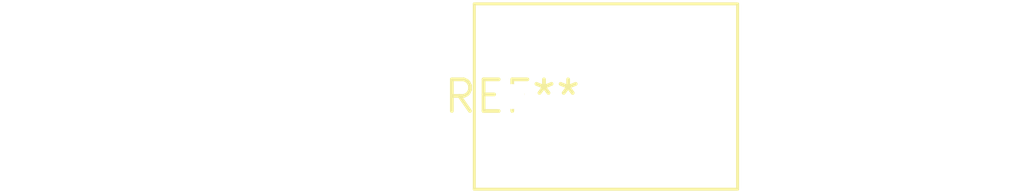
<source format=kicad_pcb>
(kicad_pcb (version 20240108) (generator pcbnew)
  (layers (0 "F.Cu" signal) (31 "B.Cu" signal) (34 "B.Paste" user) (35 "F.Paste" user) (36 "B.SilkS" user "B.Silkscreen") (37 "F.SilkS" user "F.Silkscreen") (38 "B.Mask" user) (39 "F.Mask" user) (44 "Edge.Cuts" user))
  (net 0 "")
  (footprint "C_Rect_L10.3mm_W7.2mm_P7.50mm_MKS4" (layer "F.Cu") (at 0 0)
    (property "Reference" "REF**")
    (property "Value" "C_Rect_L10.3mm_W7.2mm_P7.50mm_MKS4")
    (fp_line (start -1.52 -3.72) (end -1.52 3.72) (layer "F.SilkS") (stroke (width 0.12)))
    (fp_line (start -1.52 -3.72) (end 9.02 -3.72) (layer "F.SilkS") (stroke (width 0.12)))
    (fp_line (start -1.52 3.72) (end 9.02 3.72) (layer "F.SilkS") (stroke (width 0.12)))
    (fp_line (start 9.02 -3.72) (end 9.02 3.72) (layer "F.SilkS") (stroke (width 0.12)))
    (pad "1" thru_hole circle (at 0 0) (size 2 2) (drill 1) (layers *.Cu *.Mask) (remove_unused_layers))
    (pad "2" thru_hole circle (at 7.5 0) (size 2 2) (drill 1) (layers *.Cu *.Mask) (remove_unused_layers))
  )
)
</source>
